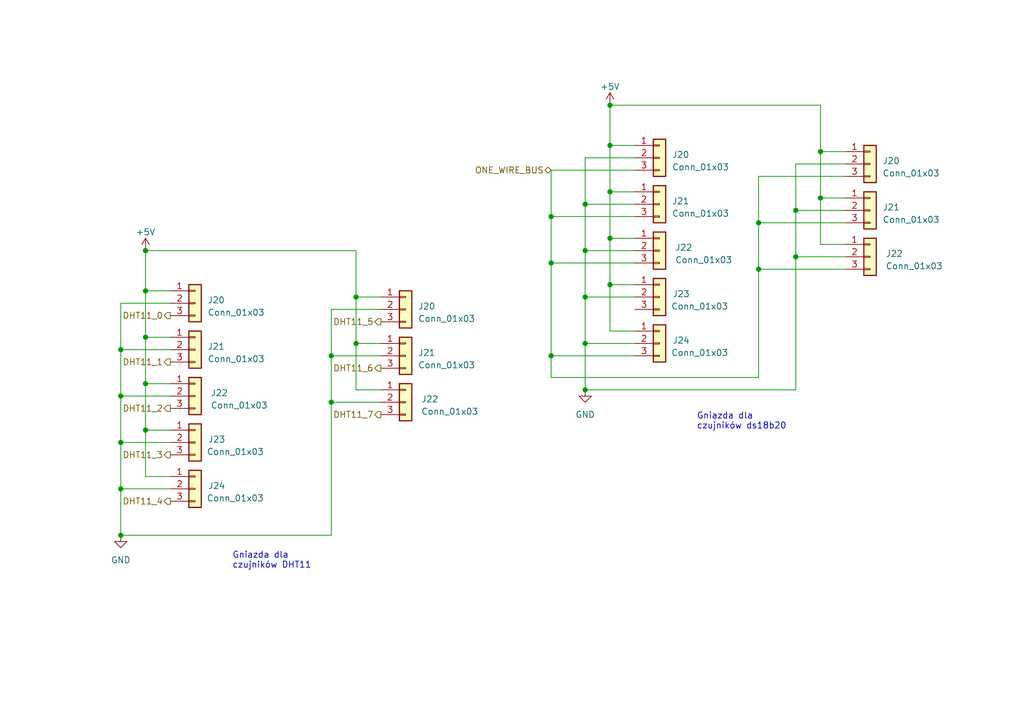
<source format=kicad_sch>
(kicad_sch (version 20230121) (generator eeschema)
  (paper "A5")
  (title_block (title "Złącza dla czujników cyfrowych"))
  (lib_symbols
    (symbol "Connector_Generic:Conn_01x03" (pin_names (offset 1.016) hide)
      (property "Reference" "J" (at 0 5.08 0))
      (property "Value" "Conn_01x03" (at 0 -5.08 0))
      (symbol "Conn_01x03_1_1"
        (rectangle (start -1.27 -2.413) (end 0 -2.667) (stroke (width 0.1524)))
        (rectangle (start -1.27 0.127) (end 0 -0.127) (stroke (width 0.1524)))
        (rectangle (start -1.27 2.667) (end 0 2.413) (stroke (width 0.1524)))
        (rectangle (start -1.27 3.81) (end 1.27 -3.81) (stroke (width 0.254)) (fill (type background)))
        (pin passive line (at -5.08 2.54 0) (length 3.81) (name "Pin_1") (number "1"))
        (pin passive line (at -5.08 0 0) (length 3.81) (name "Pin_2") (number "2"))
        (pin passive line (at -5.08 -2.54 0) (length 3.81) (name "Pin_3") (number "3"))
      )
    )
    (symbol "power:+5V" (power) (pin_names (offset 0))
      (property "Value" "+5V" (at 0 3.556 0))
      (symbol "+5V_0_1"
        (polyline (pts (xy -0.762 1.27) (xy 0 2.54)))
        (polyline (pts (xy 0 0) (xy 0 2.54)))
        (polyline (pts (xy 0 2.54) (xy 0.762 1.27)))
      )
      (symbol "+5V_1_1"
        (pin power_in line (at 0 0 90) (length 0) hide (name "+5V") (number "1"))
      )
    )
    (symbol "power:GND" (power) (pin_names (offset 0))
      (property "Value" "GND" (at 0 -3.81 0))
      (symbol "GND_0_1"
        (polyline (pts (xy 0 0) (xy 0 -1.27) (xy 1.27 -1.27) (xy 0 -2.54) (xy -1.27 -1.27) (xy 0 -1.27)))
      )
      (symbol "GND_1_1"
        (pin power_in line (at 0 0 270) (length 0) hide (name "GND") (number "1"))
      )
    )
  )
  (junction (at 125.095 39.37))
  (junction (at 168.275 40.64))
  (junction (at 163.195 43.18))
  (junction (at 67.945 73.025))
  (junction (at 155.575 45.72))
  (junction (at 24.765 100.33))
  (junction (at 29.845 88.265))
  (junction (at 24.765 109.855))
  (junction (at 113.03 73.025))
  (junction (at 113.03 44.45))
  (junction (at 73.025 60.96))
  (junction (at 163.195 52.705))
  (junction (at 29.845 69.215))
  (junction (at 168.275 31.115))
  (junction (at 120.015 70.485))
  (junction (at 120.015 41.91))
  (junction (at 125.095 58.42))
  (junction (at 125.095 48.895))
  (junction (at 24.765 71.755))
  (junction (at 29.845 51.435))
  (junction (at 125.095 29.845))
  (junction (at 24.765 90.805))
  (junction (at 113.03 53.975))
  (junction (at 155.575 55.245))
  (junction (at 120.015 51.435))
  (junction (at 73.025 70.485))
  (junction (at 125.095 21.59))
  (junction (at 29.845 59.69))
  (junction (at 29.845 78.74))
  (junction (at 67.945 82.55))
  (junction (at 120.015 80.01))
  (junction (at 120.015 60.96))
  (junction (at 24.765 81.28))
  (wire (pts (xy 120.015 70.485) (xy 120.015 60.96)))
  (wire (pts (xy 113.03 53.975) (xy 130.175 53.975)))
  (wire (pts (xy 120.015 60.96) (xy 130.175 60.96)))
  (wire (pts (xy 130.175 41.91) (xy 120.015 41.91)))
  (wire (pts (xy 34.925 71.755) (xy 24.765 71.755)))
  (wire (pts (xy 24.765 62.23) (xy 34.925 62.23)))
  (wire (pts (xy 67.945 82.55) (xy 67.945 109.855)))
  (wire (pts (xy 34.925 81.28) (xy 24.765 81.28)))
  (wire (pts (xy 168.275 40.64) (xy 168.275 50.165)))
  (wire (pts (xy 67.945 63.5) (xy 67.945 73.025)))
  (wire (pts (xy 29.845 59.69) (xy 29.845 69.215)))
  (wire (pts (xy 168.275 50.165) (xy 173.355 50.165)))
  (wire (pts (xy 173.355 45.72) (xy 155.575 45.72)))
  (wire (pts (xy 125.095 48.895) (xy 125.095 58.42)))
  (wire (pts (xy 125.095 58.42) (xy 130.175 58.42)))
  (wire (pts (xy 155.575 77.47) (xy 155.575 55.245)))
  (wire (pts (xy 125.095 67.945) (xy 130.175 67.945)))
  (wire (pts (xy 120.015 80.01) (xy 163.195 80.01)))
  (wire (pts (xy 113.03 73.025) (xy 113.03 77.47)))
  (wire (pts (xy 29.845 88.265) (xy 34.925 88.265)))
  (wire (pts (xy 173.355 43.18) (xy 163.195 43.18)))
  (wire (pts (xy 113.03 44.45) (xy 113.03 53.975)))
  (wire (pts (xy 24.765 109.855) (xy 67.945 109.855)))
  (wire (pts (xy 78.105 63.5) (xy 67.945 63.5)))
  (wire (pts (xy 29.845 51.435) (xy 73.025 51.435)))
  (wire (pts (xy 120.015 51.435) (xy 120.015 60.96)))
  (wire (pts (xy 24.765 100.33) (xy 34.925 100.33)))
  (wire (pts (xy 168.275 31.115) (xy 173.355 31.115)))
  (wire (pts (xy 29.845 51.435) (xy 29.845 59.69)))
  (wire (pts (xy 125.095 29.845) (xy 130.175 29.845)))
  (wire (pts (xy 163.195 43.18) (xy 163.195 52.705)))
  (wire (pts (xy 125.095 58.42) (xy 125.095 67.945)))
  (wire (pts (xy 67.945 73.025) (xy 67.945 82.55)))
  (wire (pts (xy 73.025 60.96) (xy 73.025 70.485)))
  (wire (pts (xy 24.765 81.28) (xy 24.765 90.805)))
  (wire (pts (xy 113.03 73.025) (xy 130.175 73.025)))
  (wire (pts (xy 155.575 36.195) (xy 155.575 45.72)))
  (wire (pts (xy 24.765 100.33) (xy 24.765 90.805)))
  (wire (pts (xy 73.025 80.01) (xy 78.105 80.01)))
  (wire (pts (xy 125.095 29.845) (xy 125.095 39.37)))
  (wire (pts (xy 29.845 78.74) (xy 29.845 88.265)))
  (wire (pts (xy 163.195 52.705) (xy 163.195 80.01)))
  (wire (pts (xy 73.025 51.435) (xy 73.025 60.96)))
  (wire (pts (xy 173.355 52.705) (xy 163.195 52.705)))
  (wire (pts (xy 113.03 34.925) (xy 130.175 34.925)))
  (wire (pts (xy 168.275 40.64) (xy 173.355 40.64)))
  (wire (pts (xy 24.765 109.855) (xy 24.765 100.33)))
  (wire (pts (xy 120.015 80.01) (xy 120.015 70.485)))
  (wire (pts (xy 78.105 73.025) (xy 67.945 73.025)))
  (wire (pts (xy 125.095 21.59) (xy 125.095 29.845)))
  (wire (pts (xy 73.025 60.96) (xy 78.105 60.96)))
  (wire (pts (xy 24.765 90.805) (xy 34.925 90.805)))
  (wire (pts (xy 29.845 69.215) (xy 29.845 78.74)))
  (wire (pts (xy 125.095 39.37) (xy 130.175 39.37)))
  (wire (pts (xy 78.105 82.55) (xy 67.945 82.55)))
  (wire (pts (xy 173.355 33.655) (xy 163.195 33.655)))
  (wire (pts (xy 113.03 44.45) (xy 130.175 44.45)))
  (wire (pts (xy 168.275 31.115) (xy 168.275 40.64)))
  (wire (pts (xy 120.015 70.485) (xy 130.175 70.485)))
  (wire (pts (xy 168.275 21.59) (xy 168.275 31.115)))
  (wire (pts (xy 155.575 45.72) (xy 155.575 55.245)))
  (wire (pts (xy 29.845 69.215) (xy 34.925 69.215)))
  (wire (pts (xy 120.015 41.91) (xy 120.015 32.385)))
  (wire (pts (xy 73.025 70.485) (xy 78.105 70.485)))
  (wire (pts (xy 113.03 77.47) (xy 155.575 77.47)))
  (wire (pts (xy 173.355 36.195) (xy 155.575 36.195)))
  (wire (pts (xy 73.025 70.485) (xy 73.025 80.01)))
  (wire (pts (xy 125.095 21.59) (xy 168.275 21.59)))
  (wire (pts (xy 29.845 78.74) (xy 34.925 78.74)))
  (wire (pts (xy 24.765 71.755) (xy 24.765 81.28)))
  (wire (pts (xy 113.03 53.975) (xy 113.03 73.025)))
  (wire (pts (xy 24.765 71.755) (xy 24.765 62.23)))
  (wire (pts (xy 130.175 51.435) (xy 120.015 51.435)))
  (wire (pts (xy 29.845 97.79) (xy 34.925 97.79)))
  (wire (pts (xy 29.845 88.265) (xy 29.845 97.79)))
  (wire (pts (xy 163.195 33.655) (xy 163.195 43.18)))
  (wire (pts (xy 29.845 59.69) (xy 34.925 59.69)))
  (wire (pts (xy 155.575 55.245) (xy 173.355 55.245)))
  (wire (pts (xy 125.095 48.895) (xy 130.175 48.895)))
  (wire (pts (xy 120.015 41.91) (xy 120.015 51.435)))
  (wire (pts (xy 113.03 34.925) (xy 113.03 44.45)))
  (wire (pts (xy 120.015 32.385) (xy 130.175 32.385)))
  (wire (pts (xy 125.095 39.37) (xy 125.095 48.895)))
  (text "Gniazda dla\nczujników ds18b20\n" (at 142.875 88.265 0) (effects (font (size 1.27 1.27)) (justify left bottom)))
  (text "Gniazda dla\nczujników DHT11" (at 47.625 116.84 0) (effects (font (size 1.27 1.27)) (justify left bottom)))
  (hierarchical_label "ONE_WIRE_BUS" (shape bidirectional) (at 113.03 34.925 180))
  (hierarchical_label "DHT11_2" (shape output) (at 34.925 83.82 180))
  (hierarchical_label "DHT11_1" (shape output) (at 34.925 74.295 180))
  (hierarchical_label "DHT11_4" (shape output) (at 34.925 102.87 180))
  (hierarchical_label "DHT11_3" (shape output) (at 34.925 93.345 180))
  (hierarchical_label "DHT11_7" (shape output) (at 78.105 85.09 180))
  (hierarchical_label "DHT11_0" (shape output) (at 34.925 64.77 180))
  (hierarchical_label "DHT11_6" (shape output) (at 78.105 75.565 180))
  (hierarchical_label "DHT11_5" (shape output) (at 78.105 66.04 180))
  (symbol (lib_id "Connector_Generic:Conn_01x03") (at 178.435 52.705 0) (unit 1)
    (property "Reference" "J22" (at 181.61 52.07 0) (effects (justify left)))
    (property "Value" "Conn_01x03" (at 181.61 54.61 0) (effects (justify left)))
    (instances (project "stacja_pomiarowa_panel" (path "" (reference "J22") (unit 1)) (path "" (reference "J69") (unit 1))))
  )
  (symbol (lib_id "Connector_Generic:Conn_01x03") (at 40.005 90.805 0) (unit 1)
    (property "Reference" "J23" (at 44.45 90.17 0))
    (property "Value" "Conn_01x03" (at 48.26 92.71 0))
    (instances (project "stacja_pomiarowa_panel" (path "" (reference "J23") (unit 1)) (path "" (reference "J56") (unit 1))))
  )
  (symbol (lib_id "power:GND") (at 24.765 109.855 0) (unit 1)
    (property "Reference" "#PWR040" (effects hide))
    (property "Value" "GND" (at 24.765 114.935 0))
  )
  (symbol (lib_id "Connector_Generic:Conn_01x03") (at 178.435 33.655 0) (unit 1)
    (property "Reference" "J20" (at 180.975 33.02 0) (effects (justify left)))
    (property "Value" "Conn_01x03" (at 180.975 35.56 0) (effects (justify left)))
    (instances (project "stacja_pomiarowa_panel" (path "" (reference "J20") (unit 1)) (path "" (reference "J67") (unit 1))))
  )
  (symbol (lib_id "Connector_Generic:Conn_01x03") (at 178.435 43.18 0) (unit 1)
    (property "Reference" "J21" (at 180.975 42.545 0) (effects (justify left)))
    (property "Value" "Conn_01x03" (at 180.975 45.085 0) (effects (justify left)))
    (instances (project "stacja_pomiarowa_panel" (path "" (reference "J21") (unit 1)) (path "" (reference "J68") (unit 1))))
  )
  (symbol (lib_id "Connector_Generic:Conn_01x03") (at 40.005 71.755 0) (unit 1)
    (property "Reference" "J21" (at 42.545 71.12 0) (effects (justify left)))
    (property "Value" "Conn_01x03" (at 42.545 73.66 0) (effects (justify left)))
    (instances (project "stacja_pomiarowa_panel" (path "" (reference "J21") (unit 1)) (path "" (reference "J54") (unit 1))))
  )
  (symbol (lib_id "Connector_Generic:Conn_01x03") (at 135.255 41.91 0) (unit 1)
    (property "Reference" "J21" (at 137.795 41.275 0) (effects (justify left)))
    (property "Value" "Conn_01x03" (at 137.795 43.815 0) (effects (justify left)))
    (instances (project "stacja_pomiarowa_panel" (path "" (reference "J21") (unit 1)) (path "" (reference "J63") (unit 1))))
  )
  (symbol (lib_id "power:+5V") (at 29.845 51.435 0) (unit 1)
    (property "Reference" "#PWR039" (effects hide))
    (property "Value" "+5V" (at 29.845 47.625 0))
  )
  (symbol (lib_id "Connector_Generic:Conn_01x03") (at 83.185 82.55 0) (unit 1)
    (property "Reference" "J22" (at 86.36 81.915 0) (effects (justify left)))
    (property "Value" "Conn_01x03" (at 86.36 84.455 0) (effects (justify left)))
    (instances (project "stacja_pomiarowa_panel" (path "" (reference "J22") (unit 1)) (path "" (reference "J60") (unit 1))))
  )
  (symbol (lib_id "Connector_Generic:Conn_01x03") (at 135.255 51.435 0) (unit 1)
    (property "Reference" "J22" (at 138.43 50.8 0) (effects (justify left)))
    (property "Value" "Conn_01x03" (at 138.43 53.34 0) (effects (justify left)))
    (instances (project "stacja_pomiarowa_panel" (path "" (reference "J22") (unit 1)) (path "" (reference "J64") (unit 1))))
  )
  (symbol (lib_id "Connector_Generic:Conn_01x03") (at 83.185 73.025 0) (unit 1)
    (property "Reference" "J21" (at 85.725 72.39 0) (effects (justify left)))
    (property "Value" "Conn_01x03" (at 85.725 74.93 0) (effects (justify left)))
    (instances (project "stacja_pomiarowa_panel" (path "" (reference "J21") (unit 1)) (path "" (reference "J59") (unit 1))))
  )
  (symbol (lib_id "power:GND") (at 120.015 80.01 0) (unit 1)
    (property "Reference" "#PWR041" (effects hide))
    (property "Value" "GND" (at 120.015 85.09 0))
  )
  (symbol (lib_id "Connector_Generic:Conn_01x03") (at 40.005 81.28 0) (unit 1)
    (property "Reference" "J22" (at 43.18 80.645 0) (effects (justify left)))
    (property "Value" "Conn_01x03" (at 43.18 83.185 0) (effects (justify left)))
    (instances (project "stacja_pomiarowa_panel" (path "" (reference "J22") (unit 1)) (path "" (reference "J55") (unit 1))))
  )
  (symbol (lib_id "Connector_Generic:Conn_01x03") (at 135.255 60.96 0) (unit 1)
    (property "Reference" "J23" (at 139.7 60.325 0))
    (property "Value" "Conn_01x03" (at 143.51 62.865 0))
    (instances (project "stacja_pomiarowa_panel" (path "" (reference "J23") (unit 1)) (path "" (reference "J65") (unit 1))))
  )
  (symbol (lib_id "Connector_Generic:Conn_01x03") (at 135.255 32.385 0) (unit 1)
    (property "Reference" "J20" (at 137.795 31.75 0) (effects (justify left)))
    (property "Value" "Conn_01x03" (at 137.795 34.29 0) (effects (justify left)))
    (instances (project "stacja_pomiarowa_panel" (path "" (reference "J20") (unit 1)) (path "" (reference "J62") (unit 1))))
  )
  (symbol (lib_id "Connector_Generic:Conn_01x03") (at 40.005 100.33 0) (unit 1)
    (property "Reference" "J24" (at 44.45 99.695 0))
    (property "Value" "Conn_01x03" (at 48.26 102.235 0))
    (instances (project "stacja_pomiarowa_panel" (path "" (reference "J24") (unit 1)) (path "" (reference "J57") (unit 1))))
  )
  (symbol (lib_id "power:+5V") (at 125.095 21.59 0) (unit 1)
    (property "Reference" "#PWR042" (effects hide))
    (property "Value" "+5V" (at 125.095 17.78 0))
  )
  (symbol (lib_id "Connector_Generic:Conn_01x03") (at 135.255 70.485 0) (unit 1)
    (property "Reference" "J24" (at 139.7 69.85 0))
    (property "Value" "Conn_01x03" (at 143.51 72.39 0))
    (instances (project "stacja_pomiarowa_panel" (path "" (reference "J24") (unit 1)) (path "" (reference "J66") (unit 1))))
  )
  (symbol (lib_id "Connector_Generic:Conn_01x03") (at 40.005 62.23 0) (unit 1)
    (property "Reference" "J20" (at 42.545 61.595 0) (effects (justify left)))
    (property "Value" "Conn_01x03" (at 42.545 64.135 0) (effects (justify left)))
    (instances (project "stacja_pomiarowa_panel" (path "" (reference "J20") (unit 1)) (path "" (reference "J53") (unit 1))))
  )
  (symbol (lib_id "Connector_Generic:Conn_01x03") (at 83.185 63.5 0) (unit 1)
    (property "Reference" "J20" (at 85.725 62.865 0) (effects (justify left)))
    (property "Value" "Conn_01x03" (at 85.725 65.405 0) (effects (justify left)))
    (instances (project "stacja_pomiarowa_panel" (path "" (reference "J20") (unit 1)) (path "" (reference "J58") (unit 1))))
  )
)
</source>
